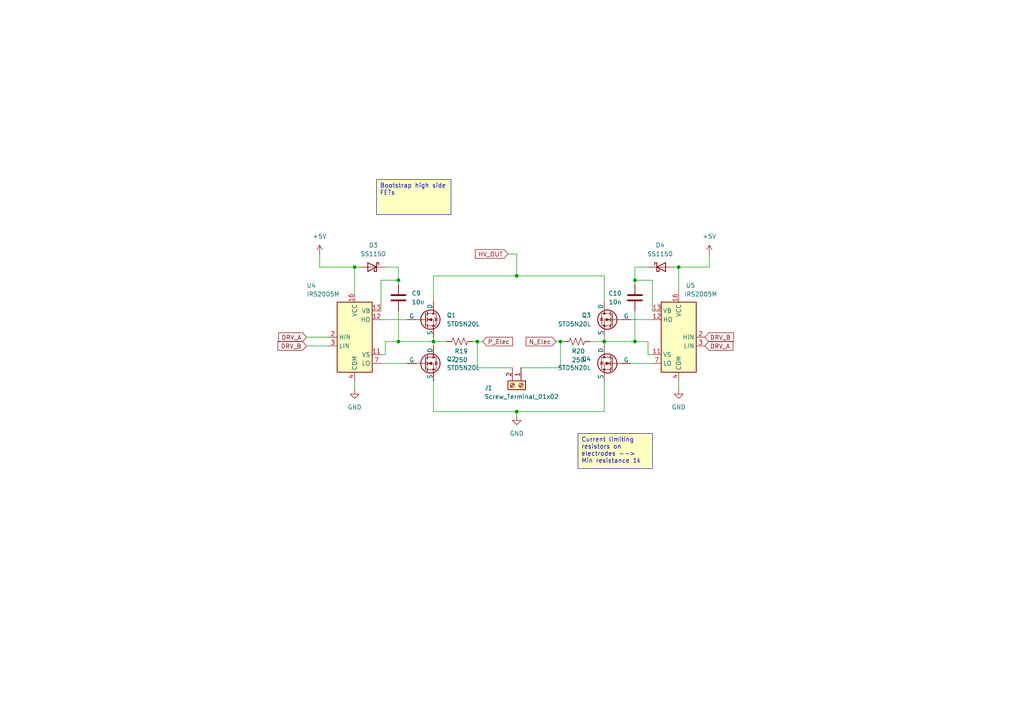
<source format=kicad_sch>
(kicad_sch (version 20231120) (generator "eeschema") (generator_version "8.0")
  (paper "A4")
  (lib_symbols
    (symbol "Connector:Screw_Terminal_01x02" (pin_names (offset 1.016) hide)
      (property "Reference" "J" (at 0 2.54 0))
      (property "Value" "Screw_Terminal_01x02" (at 0 -5.08 0))
      (symbol "Screw_Terminal_01x02_1_1"
        (rectangle (start -1.27 1.27) (end 1.27 -3.81) (stroke (width 0.254)) (fill (type background)))
        (circle (center 0 -2.54) (radius 0.635) (stroke (width 0.1524)))
        (polyline (pts (xy -0.5334 -2.2098) (xy 0.3302 -3.048)) (stroke (width 0.1524)))
        (polyline (pts (xy -0.5334 0.3302) (xy 0.3302 -0.508)) (stroke (width 0.1524)))
        (polyline (pts (xy -0.3556 -2.032) (xy 0.508 -2.8702)) (stroke (width 0.1524)))
        (polyline (pts (xy -0.3556 0.508) (xy 0.508 -0.3302)) (stroke (width 0.1524)))
        (circle (center 0 0) (radius 0.635) (stroke (width 0.1524)))
        (pin passive line (at -5.08 0 0) (length 3.81) (name "Pin_1") (number "1"))
        (pin passive line (at -5.08 -2.54 0) (length 3.81) (name "Pin_2") (number "2"))
      )
    )
    (symbol "Device:C" (pin_numbers hide) (pin_names (offset 0.254))
      (property "Reference" "C" (at 0.635 2.54 0))
      (property "Value" "C" (at 0.635 -2.54 0))
      (symbol "C_0_1"
        (polyline (pts (xy -2.032 -0.762) (xy 2.032 -0.762)) (stroke (width 0.508)))
        (polyline (pts (xy -2.032 0.762) (xy 2.032 0.762)) (stroke (width 0.508)))
      )
      (symbol "C_1_1"
        (pin passive line (at 0 3.81 270) (length 2.794) (name "~") (number "1"))
        (pin passive line (at 0 -3.81 90) (length 2.794) (name "~") (number "2"))
      )
    )
    (symbol "Device:R_US" (pin_numbers hide) (pin_names (offset 0))
      (property "Reference" "R" (at 2.54 0 90))
      (property "Value" "R_US" (at -2.54 0 90))
      (symbol "R_US_0_1"
        (polyline (pts (xy 0 -2.286) (xy 0 -2.54)))
        (polyline (pts (xy 0 2.286) (xy 0 2.54)))
        (polyline (pts (xy 0 -0.762) (xy 1.016 -1.143) (xy 0 -1.524) (xy -1.016 -1.905) (xy 0 -2.286)))
        (polyline (pts (xy 0 0.762) (xy 1.016 0.381) (xy 0 0) (xy -1.016 -0.381) (xy 0 -0.762)))
        (polyline (pts (xy 0 2.286) (xy 1.016 1.905) (xy 0 1.524) (xy -1.016 1.143) (xy 0 0.762)))
      )
      (symbol "R_US_1_1"
        (pin passive line (at 0 3.81 270) (length 1.27) (name "~") (number "1"))
        (pin passive line (at 0 -3.81 90) (length 1.27) (name "~") (number "2"))
      )
    )
    (symbol "Diode:SS1150" (pin_numbers hide) (pin_names (offset 1.016) hide)
      (property "Reference" "D" (at 0 2.54 0))
      (property "Value" "SS1150" (at 0 -2.54 0))
      (symbol "SS1150_0_1"
        (polyline (pts (xy 1.27 0) (xy -1.27 0)))
        (polyline (pts (xy 1.27 1.27) (xy 1.27 -1.27) (xy -1.27 0) (xy 1.27 1.27)) (stroke (width 0.254)))
        (polyline (pts (xy -1.905 0.635) (xy -1.905 1.27) (xy -1.27 1.27) (xy -1.27 -1.27) (xy -0.635 -1.27) (xy -0.635 -0.635)) (stroke (width 0.254)))
      )
      (symbol "SS1150_1_1"
        (pin passive line (at -3.81 0 0) (length 2.54) (name "K") (number "1"))
        (pin passive line (at 3.81 0 180) (length 2.54) (name "A") (number "2"))
      )
    )
    (symbol "Driver_FET:IRS2005M"
      (property "Reference" "U" (at 1.27 13.335 0))
      (property "Value" "IRS2005M" (at 1.27 11.43 0))
      (symbol "IRS2005M_0_1"
        (rectangle (start -5.08 -10.16) (end 5.08 10.16) (stroke (width 0.254)) (fill (type background)))
      )
      (symbol "IRS2005M_1_1"
        (pin no_connect line (at -5.08 7.62 0) (length 2.54) hide (name "NC") (number "1"))
        (pin passive line (at 7.62 -5.08 180) (length 2.54) (name "VS") (number "11"))
        (pin output line (at 7.62 5.08 180) (length 2.54) (name "HO") (number "12"))
        (pin passive line (at 7.62 7.62 180) (length 2.54) (name "VB") (number "13"))
        (pin no_connect line (at 5.08 -2.54 180) (length 2.54) hide (name "NC") (number "14"))
        (pin power_in line (at 0 12.7 270) (length 2.54) (name "VCC") (number "16"))
        (pin passive line (at 0 -12.7 90) (length 2.54) hide (name "COM") (number "17"))
        (pin input line (at -7.62 0 0) (length 2.54) (name "HIN") (number "2"))
        (pin input line (at -7.62 -2.54 0) (length 2.54) (name "LIN") (number "3"))
        (pin power_in line (at 0 -12.7 90) (length 2.54) (name "COM") (number "4"))
        (pin no_connect line (at -5.08 5.08 0) (length 2.54) hide (name "NC") (number "5"))
        (pin no_connect line (at -5.08 2.54 0) (length 2.54) hide (name "NC") (number "6"))
        (pin output line (at 7.62 -7.62 180) (length 2.54) (name "LO") (number "7"))
        (pin no_connect line (at 5.08 2.54 180) (length 2.54) hide (name "NC") (number "8"))
        (pin no_connect line (at 5.08 0 180) (length 2.54) hide (name "NC") (number "9"))
      )
    )
    (symbol "Simulation_SPICE:NMOS" (pin_numbers hide) (pin_names (offset 0))
      (property "Reference" "Q" (at 5.08 1.27 0))
      (property "Value" "NMOS" (at 5.08 -1.27 0))
      (symbol "NMOS_0_1"
        (polyline (pts (xy 0.254 0) (xy -2.54 0)))
        (polyline (pts (xy 0.254 1.905) (xy 0.254 -1.905)) (stroke (width 0.254)))
        (polyline (pts (xy 0.762 -1.27) (xy 0.762 -2.286)) (stroke (width 0.254)))
        (polyline (pts (xy 0.762 0.508) (xy 0.762 -0.508)) (stroke (width 0.254)))
        (polyline (pts (xy 0.762 2.286) (xy 0.762 1.27)) (stroke (width 0.254)))
        (polyline (pts (xy 2.54 2.54) (xy 2.54 1.778)))
        (polyline (pts (xy 2.54 -2.54) (xy 2.54 0) (xy 0.762 0)))
        (polyline (pts (xy 0.762 -1.778) (xy 3.302 -1.778) (xy 3.302 1.778) (xy 0.762 1.778)))
        (polyline (pts (xy 1.016 0) (xy 2.032 0.381) (xy 2.032 -0.381) (xy 1.016 0)) (fill (type outline)))
        (polyline (pts (xy 2.794 0.508) (xy 2.921 0.381) (xy 3.683 0.381) (xy 3.81 0.254)))
        (polyline (pts (xy 3.302 0.381) (xy 2.921 -0.254) (xy 3.683 -0.254) (xy 3.302 0.381)))
        (circle (center 1.651 0) (radius 2.794) (stroke (width 0.254)))
        (circle (center 2.54 -1.778) (radius 0.254) (fill (type outline)))
        (circle (center 2.54 1.778) (radius 0.254) (fill (type outline)))
      )
      (symbol "NMOS_1_1"
        (pin passive line (at 2.54 5.08 270) (length 2.54) (name "D") (number "1"))
        (pin input line (at -5.08 0 0) (length 2.54) (name "G") (number "2"))
        (pin passive line (at 2.54 -5.08 90) (length 2.54) (name "S") (number "3"))
      )
    )
    (symbol "power:+5V" (power) (pin_numbers hide) (pin_names (offset 0) hide)
      (property "Value" "+5V" (at 0 3.556 0))
      (symbol "+5V_0_1"
        (polyline (pts (xy -0.762 1.27) (xy 0 2.54)))
        (polyline (pts (xy 0 0) (xy 0 2.54)))
        (polyline (pts (xy 0 2.54) (xy 0.762 1.27)))
      )
      (symbol "+5V_1_1"
        (pin power_in line (at 0 0 90) (length 0) (name "~") (number "1"))
      )
    )
    (symbol "power:GND" (power) (pin_numbers hide) (pin_names (offset 0) hide)
      (property "Value" "GND" (at 0 -3.81 0))
      (symbol "GND_0_1"
        (polyline (pts (xy 0 0) (xy 0 -1.27) (xy 1.27 -1.27) (xy 0 -2.54) (xy -1.27 -1.27) (xy 0 -1.27)))
      )
      (symbol "GND_1_1"
        (pin power_in line (at 0 0 270) (length 0) (name "~") (number "1"))
      )
    )
  )
  (junction (at 184.15 81.28))
  (junction (at 149.86 119.38))
  (junction (at 196.85 77.47))
  (junction (at 138.43 99.06))
  (junction (at 115.57 99.06))
  (junction (at 149.86 80.01))
  (junction (at 102.87 77.47))
  (junction (at 162.56 99.06))
  (junction (at 175.26 99.06))
  (junction (at 125.73 99.06))
  (junction (at 184.15 99.06))
  (junction (at 115.57 81.28))
  (wire (pts (xy 187.96 102.87) (xy 189.23 102.87)))
  (wire (pts (xy 115.57 90.17) (xy 115.57 99.06)))
  (wire (pts (xy 115.57 99.06) (xy 125.73 99.06)))
  (wire (pts (xy 138.43 106.68) (xy 138.43 99.06)))
  (wire (pts (xy 182.88 105.41) (xy 189.23 105.41)))
  (wire (pts (xy 189.23 81.28) (xy 184.15 81.28)))
  (wire (pts (xy 184.15 99.06) (xy 187.96 99.06)))
  (wire (pts (xy 110.49 105.41) (xy 118.11 105.41)))
  (wire (pts (xy 184.15 81.28) (xy 184.15 82.55)))
  (wire (pts (xy 147.32 73.66) (xy 149.86 73.66)))
  (wire (pts (xy 125.73 99.06) (xy 129.54 99.06)))
  (wire (pts (xy 102.87 77.47) (xy 102.87 85.09)))
  (wire (pts (xy 137.16 99.06) (xy 138.43 99.06)))
  (wire (pts (xy 175.26 99.06) (xy 184.15 99.06)))
  (wire (pts (xy 196.85 77.47) (xy 196.85 85.09)))
  (wire (pts (xy 138.43 99.06) (xy 140.0236 99.06)))
  (wire (pts (xy 175.26 99.06) (xy 175.26 100.33)))
  (wire (pts (xy 184.15 81.28) (xy 184.15 77.47)))
  (wire (pts (xy 187.96 99.06) (xy 187.96 102.87)))
  (wire (pts (xy 162.56 99.06) (xy 163.5064 99.06)))
  (wire (pts (xy 88.9 100.33) (xy 95.25 100.33)))
  (wire (pts (xy 175.26 80.01) (xy 175.26 87.63)))
  (wire (pts (xy 92.71 73.66) (xy 92.71 77.47)))
  (wire (pts (xy 115.57 77.47) (xy 115.57 81.28)))
  (wire (pts (xy 149.86 120.65) (xy 149.86 119.38)))
  (wire (pts (xy 184.15 77.47) (xy 187.96 77.47)))
  (wire (pts (xy 161.29 99.06) (xy 162.56 99.06)))
  (wire (pts (xy 149.86 73.66) (xy 149.86 80.01)))
  (wire (pts (xy 196.85 110.49) (xy 196.85 113.03)))
  (wire (pts (xy 111.76 102.87) (xy 110.49 102.87)))
  (wire (pts (xy 149.86 119.38) (xy 175.26 119.38)))
  (wire (pts (xy 125.73 110.49) (xy 125.73 119.38)))
  (wire (pts (xy 110.49 81.28) (xy 115.57 81.28)))
  (wire (pts (xy 125.73 119.38) (xy 149.86 119.38)))
  (wire (pts (xy 88.9 97.79) (xy 95.25 97.79)))
  (wire (pts (xy 92.71 77.47) (xy 102.87 77.47)))
  (wire (pts (xy 171.1264 99.06) (xy 175.26 99.06)))
  (wire (pts (xy 162.56 106.68) (xy 162.56 99.06)))
  (wire (pts (xy 189.23 90.17) (xy 189.23 81.28)))
  (wire (pts (xy 151.13 106.68) (xy 162.56 106.68)))
  (wire (pts (xy 205.74 73.66) (xy 205.74 77.47)))
  (wire (pts (xy 125.73 97.79) (xy 125.73 99.06)))
  (wire (pts (xy 149.86 80.01) (xy 175.26 80.01)))
  (wire (pts (xy 196.85 77.47) (xy 195.58 77.47)))
  (wire (pts (xy 182.88 92.71) (xy 189.23 92.71)))
  (wire (pts (xy 110.49 92.71) (xy 118.11 92.71)))
  (wire (pts (xy 125.73 99.06) (xy 125.73 100.33)))
  (wire (pts (xy 115.57 81.28) (xy 115.57 82.55)))
  (wire (pts (xy 205.74 77.47) (xy 196.85 77.47)))
  (wire (pts (xy 111.76 102.87) (xy 111.76 99.06)))
  (wire (pts (xy 175.26 110.49) (xy 175.26 119.38)))
  (wire (pts (xy 184.15 90.17) (xy 184.15 99.06)))
  (wire (pts (xy 110.49 90.17) (xy 110.49 81.28)))
  (wire (pts (xy 148.59 106.68) (xy 138.43 106.68)))
  (wire (pts (xy 175.26 97.79) (xy 175.26 99.06)))
  (wire (pts (xy 125.73 87.63) (xy 125.73 80.01)))
  (wire (pts (xy 125.73 80.01) (xy 149.86 80.01)))
  (wire (pts (xy 102.87 77.47) (xy 104.14 77.47)))
  (wire (pts (xy 111.76 77.47) (xy 115.57 77.47)))
  (wire (pts (xy 111.76 99.06) (xy 115.57 99.06)))
  (wire (pts (xy 102.87 110.49) (xy 102.87 113.03)))
  (text_box "Bootstrap high side FETs" (at 109.22 52.07 0) (size 21.59 10.16) (fill (type color) (color 255 255 194 1)) (effects (font (size 1.27 1.27)) (justify left top)))
  (text_box "Current limiting resistors on electrodes --> Min resistance 1k\n" (at 167.64 125.73 0) (size 21.59 10.16) (fill (type color) (color 255 255 194 1)) (effects (font (size 1.27 1.27)) (justify left top)))
  (global_label "DRV_B" (shape input) (at 204.47 97.79 0) (property "Intersheetrefs" "${INTERSHEET_REFS}" (effects (hide yes))))
  (global_label "P_Elec" (shape input) (at 140.0236 99.06 0) (property "Intersheetrefs" "${INTERSHEET_REFS}" (effects (hide yes))))
  (global_label "N_Elec" (shape input) (at 161.29 99.06 180) (property "Intersheetrefs" "${INTERSHEET_REFS}" (effects (hide yes))))
  (global_label "DRV_A" (shape input) (at 204.47 100.33 0) (property "Intersheetrefs" "${INTERSHEET_REFS}" (effects (hide yes))))
  (global_label "DRV_B" (shape input) (at 88.9 100.33 180) (property "Intersheetrefs" "${INTERSHEET_REFS}" (effects (hide yes))))
  (global_label "DRV_A" (shape input) (at 88.9 97.79 180) (property "Intersheetrefs" "${INTERSHEET_REFS}" (effects (hide yes))))
  (global_label "HV_OUT" (shape input) (at 147.32 73.66 180) (property "Intersheetrefs" "${INTERSHEET_REFS}" (effects (hide yes))))
  (symbol (lib_id "Device:C") (at 184.15 86.36 0) (unit 1)
    (property "Reference" "C10" (at 180.34 85.0899 0) (effects (justify right)))
    (property "Value" "10n" (at 180.34 87.6299 0) (effects (justify right)))
    (property "Footprint" "Capacitor_SMD:C_0805_2012Metric_Pad1.18x1.45mm_HandSolder" (effects (hide yes)))
    (property "Description" "Unpolarized capacitor" (effects (hide yes)))
  )
  (symbol (lib_id "Driver_FET:IRS2005M") (at 196.85 97.79 0) (mirror y) (unit 1)
    (property "Reference" "U5" (at 201.676 82.804 0) (effects (justify left)))
    (property "Value" "IRS2005M" (at 208.026 85.344 0) (effects (justify left)))
    (property "Footprint" "Package_DFN_QFN:Infineon_MLPQ-16-14-1EP_4x4mm_P0.5mm" (effects (hide yes)))
    (property "Datasheet" "https://www.infineon.com/dgdl/Infineon-IRS2005S-DS-v02_00-EN.pdf?fileId=5546d462533600a4015364c4246229e1" (effects (hide yes)))
    (property "Description" "High and Low Side Driver, 200V, 290/600mA, MLPQ-14" (effects (hide yes)))
  )
  (symbol (lib_id "Diode:SS1150") (at 107.95 77.47 0) (mirror y) (unit 1)
    (property "Reference" "D3" (at 108.2675 71.12 0))
    (property "Value" "SS1150" (at 108.2675 73.66 0))
    (property "Footprint" "Diode_SMD:D_SMA" (effects (hide yes)))
    (property "Datasheet" "https://www.wontop.com/uploadfiles/56/sort_excel/pdf/ss1150.pdf" (effects (hide yes)))
    (property "Description" "150V 1A Schottky Diode, SMA" (effects (hide yes)))
  )
  (symbol (lib_id "Device:C") (at 115.57 86.36 0) (unit 1)
    (property "Reference" "C9" (at 119.38 85.0899 0) (effects (justify left)))
    (property "Value" "10n" (at 119.38 87.6299 0) (effects (justify left)))
    (property "Footprint" "Capacitor_SMD:C_0805_2012Metric_Pad1.18x1.45mm_HandSolder" (effects (hide yes)))
    (property "Description" "Unpolarized capacitor" (effects (hide yes)))
  )
  (symbol (lib_id "Simulation_SPICE:NMOS") (at 177.8 105.41 0) (mirror y) (unit 1)
    (property "Reference" "Q4" (at 171.45 104.1399 0) (effects (justify left)))
    (property "Value" "STD5N20L" (at 171.45 106.6799 0) (effects (justify left)))
    (property "Footprint" "FES_Footprints:STD5N" (effects (hide yes)))
    (property "Datasheet" "https://ngspice.sourceforge.io/docs/ngspice-html-manual/manual.xhtml#cha_MOSFETs" (effects (hide yes)))
    (property "Description" "N-MOSFET transistor, drain/source/gate" (effects (hide yes)))
    (property "Sim.Device" "NMOS" (effects (hide yes)))
    (property "Sim.Type" "VDMOS" (effects (hide yes)))
    (property "Sim.Pins" "1=D 2=G 3=S" (effects (hide yes)))
  )
  (symbol (lib_id "Driver_FET:IRS2005M") (at 102.87 97.79 0) (unit 1)
    (property "Reference" "U4" (at 88.9 82.804 0) (effects (justify left)))
    (property "Value" "IRS2005M" (at 88.9 85.344 0) (effects (justify left)))
    (property "Footprint" "Package_DFN_QFN:Infineon_MLPQ-16-14-1EP_4x4mm_P0.5mm" (effects (hide yes)))
    (property "Datasheet" "https://www.infineon.com/dgdl/Infineon-IRS2005S-DS-v02_00-EN.pdf?fileId=5546d462533600a4015364c4246229e1" (effects (hide yes)))
    (property "Description" "High and Low Side Driver, 200V, 290/600mA, MLPQ-14" (effects (hide yes)))
  )
  (symbol (lib_id "power:+5V") (at 92.71 73.66 0) (unit 1)
    (property "Reference" "#PWR018" (effects (hide yes)))
    (property "Value" "+5V" (at 92.71 68.58 0))
    (property "Description" "Power symbol creates a global label with name \"+5V\"" (effects (hide yes)))
  )
  (symbol (lib_id "Device:R_US") (at 133.35 99.06 90) (unit 1)
    (property "Reference" "R19" (at 131.826 101.854 90) (effects (justify right)))
    (property "Value" "250" (at 131.826 104.394 90) (effects (justify right)))
    (property "Footprint" "Resistor_SMD:R_0805_2012Metric_Pad1.20x1.40mm_HandSolder" (effects (hide yes)))
    (property "Description" "Resistor, US symbol" (effects (hide yes)))
  )
  (symbol (lib_id "Simulation_SPICE:NMOS") (at 123.19 105.41 0) (unit 1)
    (property "Reference" "Q2" (at 129.54 104.1399 0) (effects (justify left)))
    (property "Value" "STD5N20L" (at 129.54 106.6799 0) (effects (justify left)))
    (property "Footprint" "FES_Footprints:STD5N" (effects (hide yes)))
    (property "Datasheet" "https://ngspice.sourceforge.io/docs/ngspice-html-manual/manual.xhtml#cha_MOSFETs" (effects (hide yes)))
    (property "Description" "N-MOSFET transistor, drain/source/gate" (effects (hide yes)))
    (property "Sim.Device" "NMOS" (effects (hide yes)))
    (property "Sim.Type" "VDMOS" (effects (hide yes)))
    (property "Sim.Pins" "1=D 2=G 3=S" (effects (hide yes)))
  )
  (symbol (lib_id "power:GND") (at 196.85 113.03 0) (unit 1)
    (property "Reference" "#PWR021" (effects (hide yes)))
    (property "Value" "GND" (at 196.85 118.11 0))
    (property "Description" "Power symbol creates a global label with name \"GND\" , ground" (effects (hide yes)))
  )
  (symbol (lib_id "Diode:SS1150") (at 191.77 77.47 0) (unit 1)
    (property "Reference" "D4" (at 191.4525 71.12 0))
    (property "Value" "SS1150" (at 191.4525 73.66 0))
    (property "Footprint" "Diode_SMD:D_SMA" (effects (hide yes)))
    (property "Datasheet" "https://www.wontop.com/uploadfiles/56/sort_excel/pdf/ss1150.pdf" (effects (hide yes)))
    (property "Description" "150V 1A Schottky Diode, SMA" (effects (hide yes)))
  )
  (symbol (lib_id "power:+5V") (at 205.74 73.66 0) (unit 1)
    (property "Reference" "#PWR022" (effects (hide yes)))
    (property "Value" "+5V" (at 205.74 68.58 0))
    (property "Description" "Power symbol creates a global label with name \"+5V\"" (effects (hide yes)))
  )
  (symbol (lib_id "Simulation_SPICE:NMOS") (at 123.19 92.71 0) (unit 1)
    (property "Reference" "Q1" (at 129.54 91.4399 0) (effects (justify left)))
    (property "Value" "STD5N20L" (at 129.54 93.9799 0) (effects (justify left)))
    (property "Footprint" "FES_Footprints:STD5N" (effects (hide yes)))
    (property "Datasheet" "https://ngspice.sourceforge.io/docs/ngspice-html-manual/manual.xhtml#cha_MOSFETs" (effects (hide yes)))
    (property "Description" "N-MOSFET transistor, drain/source/gate" (effects (hide yes)))
    (property "Sim.Device" "NMOS" (effects (hide yes)))
    (property "Sim.Type" "VDMOS" (effects (hide yes)))
    (property "Sim.Pins" "1=D 2=G 3=S" (effects (hide yes)))
  )
  (symbol (lib_id "power:GND") (at 149.86 120.65 0) (unit 1)
    (property "Reference" "#PWR020" (effects (hide yes)))
    (property "Value" "GND" (at 149.86 125.73 0))
    (property "Description" "Power symbol creates a global label with name \"GND\" , ground" (effects (hide yes)))
  )
  (symbol (lib_id "power:GND") (at 102.87 113.03 0) (unit 1)
    (property "Reference" "#PWR019" (effects (hide yes)))
    (property "Value" "GND" (at 102.87 118.11 0))
    (property "Description" "Power symbol creates a global label with name \"GND\" , ground" (effects (hide yes)))
  )
  (symbol (lib_id "Simulation_SPICE:NMOS") (at 177.8 92.71 0) (mirror y) (unit 1)
    (property "Reference" "Q3" (at 171.45 91.4399 0) (effects (justify left)))
    (property "Value" "STD5N20L" (at 171.45 93.9799 0) (effects (justify left)))
    (property "Footprint" "FES_Footprints:STD5N" (effects (hide yes)))
    (property "Datasheet" "https://ngspice.sourceforge.io/docs/ngspice-html-manual/manual.xhtml#cha_MOSFETs" (effects (hide yes)))
    (property "Description" "N-MOSFET transistor, drain/source/gate" (effects (hide yes)))
    (property "Sim.Device" "NMOS" (effects (hide yes)))
    (property "Sim.Type" "VDMOS" (effects (hide yes)))
    (property "Sim.Pins" "1=D 2=G 3=S" (effects (hide yes)))
  )
  (symbol (lib_id "Device:R_US") (at 167.3164 99.06 90) (unit 1)
    (property "Reference" "R20" (at 165.7924 101.854 90) (effects (justify right)))
    (property "Value" "250" (at 165.7924 104.394 90) (effects (justify right)))
    (property "Footprint" "Resistor_SMD:R_0805_2012Metric_Pad1.20x1.40mm_HandSolder" (effects (hide yes)))
    (property "Description" "Resistor, US symbol" (effects (hide yes)))
  )
  (symbol (lib_id "Connector:Screw_Terminal_01x02") (at 151.13 111.76 270) (unit 1)
    (property "Reference" "J1" (at 140.462 112.522 90) (effects (justify left)))
    (property "Value" "Screw_Terminal_01x02" (at 140.462 115.062 90) (effects (justify left)))
    (property "Footprint" "Screw-Terminal-1x2:691137710002" (effects (hide yes)))
    (property "Description" "Generic screw terminal, single row, 01x02, script generated (kicad-library-utils/schlib/autogen/connector/)" (effects (hide yes)))
  )
)
</source>
